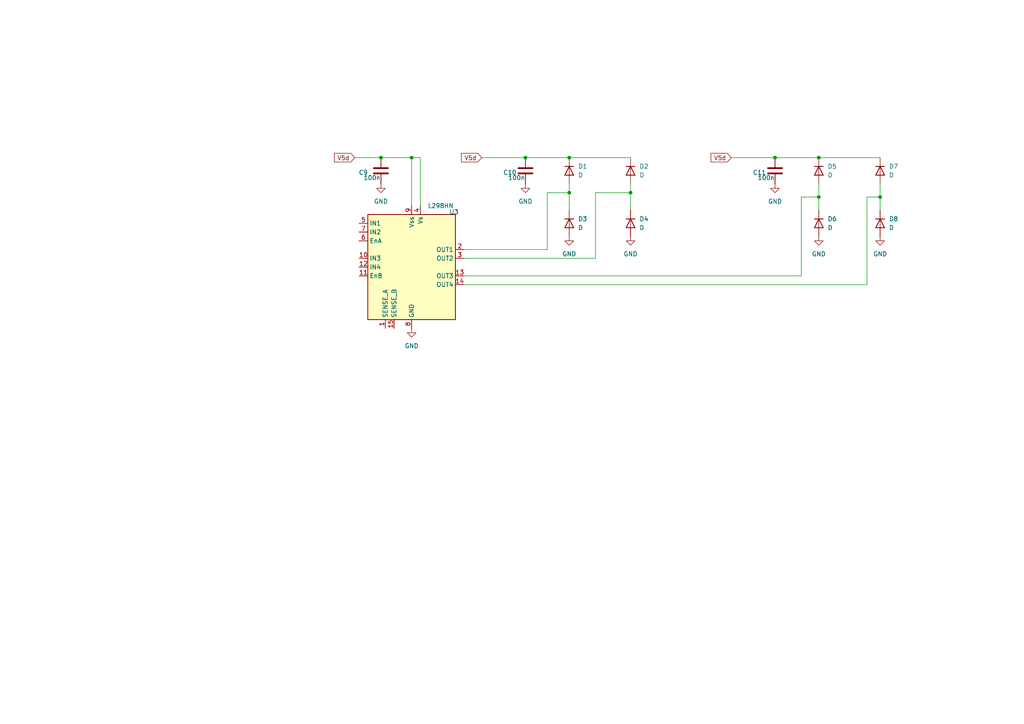
<source format=kicad_sch>
(kicad_sch
	(version 20250114)
	(generator "eeschema")
	(generator_version "9.0")
	(uuid "487bb4d7-07b2-4838-b4e8-21d03c4e476d")
	(paper "A4")
	(lib_symbols
		(symbol "Device:C"
			(pin_numbers
				(hide yes)
			)
			(pin_names
				(offset 0.254)
			)
			(exclude_from_sim no)
			(in_bom yes)
			(on_board yes)
			(property "Reference" "C"
				(at 0.635 2.54 0)
				(effects
					(font
						(size 1.27 1.27)
					)
					(justify left)
				)
			)
			(property "Value" "C"
				(at 0.635 -2.54 0)
				(effects
					(font
						(size 1.27 1.27)
					)
					(justify left)
				)
			)
			(property "Footprint" ""
				(at 0.9652 -3.81 0)
				(effects
					(font
						(size 1.27 1.27)
					)
					(hide yes)
				)
			)
			(property "Datasheet" "~"
				(at 0 0 0)
				(effects
					(font
						(size 1.27 1.27)
					)
					(hide yes)
				)
			)
			(property "Description" "Unpolarized capacitor"
				(at 0 0 0)
				(effects
					(font
						(size 1.27 1.27)
					)
					(hide yes)
				)
			)
			(property "ki_keywords" "cap capacitor"
				(at 0 0 0)
				(effects
					(font
						(size 1.27 1.27)
					)
					(hide yes)
				)
			)
			(property "ki_fp_filters" "C_*"
				(at 0 0 0)
				(effects
					(font
						(size 1.27 1.27)
					)
					(hide yes)
				)
			)
			(symbol "C_0_1"
				(polyline
					(pts
						(xy -2.032 0.762) (xy 2.032 0.762)
					)
					(stroke
						(width 0.508)
						(type default)
					)
					(fill
						(type none)
					)
				)
				(polyline
					(pts
						(xy -2.032 -0.762) (xy 2.032 -0.762)
					)
					(stroke
						(width 0.508)
						(type default)
					)
					(fill
						(type none)
					)
				)
			)
			(symbol "C_1_1"
				(pin passive line
					(at 0 3.81 270)
					(length 2.794)
					(name "~"
						(effects
							(font
								(size 1.27 1.27)
							)
						)
					)
					(number "1"
						(effects
							(font
								(size 1.27 1.27)
							)
						)
					)
				)
				(pin passive line
					(at 0 -3.81 90)
					(length 2.794)
					(name "~"
						(effects
							(font
								(size 1.27 1.27)
							)
						)
					)
					(number "2"
						(effects
							(font
								(size 1.27 1.27)
							)
						)
					)
				)
			)
			(embedded_fonts no)
		)
		(symbol "Device:D"
			(pin_numbers
				(hide yes)
			)
			(pin_names
				(offset 1.016)
				(hide yes)
			)
			(exclude_from_sim no)
			(in_bom yes)
			(on_board yes)
			(property "Reference" "D"
				(at 0 2.54 0)
				(effects
					(font
						(size 1.27 1.27)
					)
				)
			)
			(property "Value" "D"
				(at 0 -2.54 0)
				(effects
					(font
						(size 1.27 1.27)
					)
				)
			)
			(property "Footprint" ""
				(at 0 0 0)
				(effects
					(font
						(size 1.27 1.27)
					)
					(hide yes)
				)
			)
			(property "Datasheet" "~"
				(at 0 0 0)
				(effects
					(font
						(size 1.27 1.27)
					)
					(hide yes)
				)
			)
			(property "Description" "Diode"
				(at 0 0 0)
				(effects
					(font
						(size 1.27 1.27)
					)
					(hide yes)
				)
			)
			(property "Sim.Device" "D"
				(at 0 0 0)
				(effects
					(font
						(size 1.27 1.27)
					)
					(hide yes)
				)
			)
			(property "Sim.Pins" "1=K 2=A"
				(at 0 0 0)
				(effects
					(font
						(size 1.27 1.27)
					)
					(hide yes)
				)
			)
			(property "ki_keywords" "diode"
				(at 0 0 0)
				(effects
					(font
						(size 1.27 1.27)
					)
					(hide yes)
				)
			)
			(property "ki_fp_filters" "TO-???* *_Diode_* *SingleDiode* D_*"
				(at 0 0 0)
				(effects
					(font
						(size 1.27 1.27)
					)
					(hide yes)
				)
			)
			(symbol "D_0_1"
				(polyline
					(pts
						(xy -1.27 1.27) (xy -1.27 -1.27)
					)
					(stroke
						(width 0.254)
						(type default)
					)
					(fill
						(type none)
					)
				)
				(polyline
					(pts
						(xy 1.27 1.27) (xy 1.27 -1.27) (xy -1.27 0) (xy 1.27 1.27)
					)
					(stroke
						(width 0.254)
						(type default)
					)
					(fill
						(type none)
					)
				)
				(polyline
					(pts
						(xy 1.27 0) (xy -1.27 0)
					)
					(stroke
						(width 0)
						(type default)
					)
					(fill
						(type none)
					)
				)
			)
			(symbol "D_1_1"
				(pin passive line
					(at -3.81 0 0)
					(length 2.54)
					(name "K"
						(effects
							(font
								(size 1.27 1.27)
							)
						)
					)
					(number "1"
						(effects
							(font
								(size 1.27 1.27)
							)
						)
					)
				)
				(pin passive line
					(at 3.81 0 180)
					(length 2.54)
					(name "A"
						(effects
							(font
								(size 1.27 1.27)
							)
						)
					)
					(number "2"
						(effects
							(font
								(size 1.27 1.27)
							)
						)
					)
				)
			)
			(embedded_fonts no)
		)
		(symbol "Driver_Motor:L298HN"
			(exclude_from_sim no)
			(in_bom yes)
			(on_board yes)
			(property "Reference" "U"
				(at -10.16 16.51 0)
				(effects
					(font
						(size 1.27 1.27)
					)
					(justify right)
				)
			)
			(property "Value" "L298HN"
				(at 12.7 16.51 0)
				(effects
					(font
						(size 1.27 1.27)
					)
					(justify right)
				)
			)
			(property "Footprint" "Package_TO_SOT_THT:TO-220-15_P2.54x2.54mm_StaggerOdd_Lead5.84mm_TabDown"
				(at 1.27 -16.51 0)
				(effects
					(font
						(size 1.27 1.27)
					)
					(justify left)
					(hide yes)
				)
			)
			(property "Datasheet" "http://www.st.com/st-web-ui/static/active/en/resource/technical/document/datasheet/CD00000240.pdf"
				(at 3.81 6.35 0)
				(effects
					(font
						(size 1.27 1.27)
					)
					(hide yes)
				)
			)
			(property "Description" "Dual full bridge motor driver, up to 46V, 4A, Multiwatt15-H"
				(at 0 0 0)
				(effects
					(font
						(size 1.27 1.27)
					)
					(hide yes)
				)
			)
			(property "ki_keywords" "H-bridge motor driver"
				(at 0 0 0)
				(effects
					(font
						(size 1.27 1.27)
					)
					(hide yes)
				)
			)
			(property "ki_fp_filters" "TO?220*StaggerOdd*TabDown*"
				(at 0 0 0)
				(effects
					(font
						(size 1.27 1.27)
					)
					(hide yes)
				)
			)
			(symbol "L298HN_0_1"
				(rectangle
					(start -12.7 15.24)
					(end 12.7 -15.24)
					(stroke
						(width 0.254)
						(type default)
					)
					(fill
						(type background)
					)
				)
			)
			(symbol "L298HN_1_1"
				(pin input line
					(at -15.24 12.7 0)
					(length 2.54)
					(name "IN1"
						(effects
							(font
								(size 1.27 1.27)
							)
						)
					)
					(number "5"
						(effects
							(font
								(size 1.27 1.27)
							)
						)
					)
				)
				(pin input line
					(at -15.24 10.16 0)
					(length 2.54)
					(name "IN2"
						(effects
							(font
								(size 1.27 1.27)
							)
						)
					)
					(number "7"
						(effects
							(font
								(size 1.27 1.27)
							)
						)
					)
				)
				(pin input line
					(at -15.24 7.62 0)
					(length 2.54)
					(name "EnA"
						(effects
							(font
								(size 1.27 1.27)
							)
						)
					)
					(number "6"
						(effects
							(font
								(size 1.27 1.27)
							)
						)
					)
				)
				(pin input line
					(at -15.24 2.54 0)
					(length 2.54)
					(name "IN3"
						(effects
							(font
								(size 1.27 1.27)
							)
						)
					)
					(number "10"
						(effects
							(font
								(size 1.27 1.27)
							)
						)
					)
				)
				(pin input line
					(at -15.24 0 0)
					(length 2.54)
					(name "IN4"
						(effects
							(font
								(size 1.27 1.27)
							)
						)
					)
					(number "12"
						(effects
							(font
								(size 1.27 1.27)
							)
						)
					)
				)
				(pin input line
					(at -15.24 -2.54 0)
					(length 2.54)
					(name "EnB"
						(effects
							(font
								(size 1.27 1.27)
							)
						)
					)
					(number "11"
						(effects
							(font
								(size 1.27 1.27)
							)
						)
					)
				)
				(pin input line
					(at -7.62 -17.78 90)
					(length 2.54)
					(name "SENSE_A"
						(effects
							(font
								(size 1.27 1.27)
							)
						)
					)
					(number "1"
						(effects
							(font
								(size 1.27 1.27)
							)
						)
					)
				)
				(pin input line
					(at -5.08 -17.78 90)
					(length 2.54)
					(name "SENSE_B"
						(effects
							(font
								(size 1.27 1.27)
							)
						)
					)
					(number "15"
						(effects
							(font
								(size 1.27 1.27)
							)
						)
					)
				)
				(pin power_in line
					(at 0 17.78 270)
					(length 2.54)
					(name "Vss"
						(effects
							(font
								(size 1.27 1.27)
							)
						)
					)
					(number "9"
						(effects
							(font
								(size 1.27 1.27)
							)
						)
					)
				)
				(pin power_in line
					(at 0 -17.78 90)
					(length 2.54)
					(name "GND"
						(effects
							(font
								(size 1.27 1.27)
							)
						)
					)
					(number "8"
						(effects
							(font
								(size 1.27 1.27)
							)
						)
					)
				)
				(pin power_in line
					(at 2.54 17.78 270)
					(length 2.54)
					(name "Vs"
						(effects
							(font
								(size 1.27 1.27)
							)
						)
					)
					(number "4"
						(effects
							(font
								(size 1.27 1.27)
							)
						)
					)
				)
				(pin output line
					(at 15.24 5.08 180)
					(length 2.54)
					(name "OUT1"
						(effects
							(font
								(size 1.27 1.27)
							)
						)
					)
					(number "2"
						(effects
							(font
								(size 1.27 1.27)
							)
						)
					)
				)
				(pin output line
					(at 15.24 2.54 180)
					(length 2.54)
					(name "OUT2"
						(effects
							(font
								(size 1.27 1.27)
							)
						)
					)
					(number "3"
						(effects
							(font
								(size 1.27 1.27)
							)
						)
					)
				)
				(pin output line
					(at 15.24 -2.54 180)
					(length 2.54)
					(name "OUT3"
						(effects
							(font
								(size 1.27 1.27)
							)
						)
					)
					(number "13"
						(effects
							(font
								(size 1.27 1.27)
							)
						)
					)
				)
				(pin output line
					(at 15.24 -5.08 180)
					(length 2.54)
					(name "OUT4"
						(effects
							(font
								(size 1.27 1.27)
							)
						)
					)
					(number "14"
						(effects
							(font
								(size 1.27 1.27)
							)
						)
					)
				)
			)
			(embedded_fonts no)
		)
		(symbol "power:GND"
			(power)
			(pin_numbers
				(hide yes)
			)
			(pin_names
				(offset 0)
				(hide yes)
			)
			(exclude_from_sim no)
			(in_bom yes)
			(on_board yes)
			(property "Reference" "#PWR"
				(at 0 -6.35 0)
				(effects
					(font
						(size 1.27 1.27)
					)
					(hide yes)
				)
			)
			(property "Value" "GND"
				(at 0 -3.81 0)
				(effects
					(font
						(size 1.27 1.27)
					)
				)
			)
			(property "Footprint" ""
				(at 0 0 0)
				(effects
					(font
						(size 1.27 1.27)
					)
					(hide yes)
				)
			)
			(property "Datasheet" ""
				(at 0 0 0)
				(effects
					(font
						(size 1.27 1.27)
					)
					(hide yes)
				)
			)
			(property "Description" "Power symbol creates a global label with name \"GND\" , ground"
				(at 0 0 0)
				(effects
					(font
						(size 1.27 1.27)
					)
					(hide yes)
				)
			)
			(property "ki_keywords" "global power"
				(at 0 0 0)
				(effects
					(font
						(size 1.27 1.27)
					)
					(hide yes)
				)
			)
			(symbol "GND_0_1"
				(polyline
					(pts
						(xy 0 0) (xy 0 -1.27) (xy 1.27 -1.27) (xy 0 -2.54) (xy -1.27 -1.27) (xy 0 -1.27)
					)
					(stroke
						(width 0)
						(type default)
					)
					(fill
						(type none)
					)
				)
			)
			(symbol "GND_1_1"
				(pin power_in line
					(at 0 0 270)
					(length 0)
					(name "~"
						(effects
							(font
								(size 1.27 1.27)
							)
						)
					)
					(number "1"
						(effects
							(font
								(size 1.27 1.27)
							)
						)
					)
				)
			)
			(embedded_fonts no)
		)
	)
	(junction
		(at 182.88 55.88)
		(diameter 0)
		(color 0 0 0 0)
		(uuid "0b23070e-4679-45c0-8891-b7c7dc455c03")
	)
	(junction
		(at 237.49 45.72)
		(diameter 0)
		(color 0 0 0 0)
		(uuid "11f7dafa-18a8-4165-92ae-9a66debb2baa")
	)
	(junction
		(at 165.1 45.72)
		(diameter 0)
		(color 0 0 0 0)
		(uuid "3b7a51e1-392b-4e8f-ac41-9e0f4cc99397")
	)
	(junction
		(at 255.27 57.15)
		(diameter 0)
		(color 0 0 0 0)
		(uuid "62d3cd88-e432-4617-8b3e-b073a552d070")
	)
	(junction
		(at 224.79 45.72)
		(diameter 0)
		(color 0 0 0 0)
		(uuid "86e9d35f-4175-4ef3-9f6a-fc60e364b4c7")
	)
	(junction
		(at 237.49 57.15)
		(diameter 0)
		(color 0 0 0 0)
		(uuid "909c64fc-c577-42af-90ea-5c16a8edbfd2")
	)
	(junction
		(at 119.38 45.72)
		(diameter 0)
		(color 0 0 0 0)
		(uuid "b6d17544-0fa8-4127-b5be-4fa267761201")
	)
	(junction
		(at 165.1 55.88)
		(diameter 0)
		(color 0 0 0 0)
		(uuid "e1b9a567-23bc-4512-9078-2fd2c782f600")
	)
	(junction
		(at 152.4 45.72)
		(diameter 0)
		(color 0 0 0 0)
		(uuid "e64a6a75-9072-4acb-9306-d5a63547bf89")
	)
	(junction
		(at 110.49 45.72)
		(diameter 0)
		(color 0 0 0 0)
		(uuid "f6da7fef-96e5-4e44-ac74-3986e5eadd14")
	)
	(wire
		(pts
			(xy 139.7 45.72) (xy 152.4 45.72)
		)
		(stroke
			(width 0)
			(type default)
		)
		(uuid "01c66848-4f9d-47d3-87e5-8ab04cb4edd4")
	)
	(wire
		(pts
			(xy 102.87 45.72) (xy 110.49 45.72)
		)
		(stroke
			(width 0)
			(type default)
		)
		(uuid "08e3c17d-be59-4f82-b4d3-59f151ebc94c")
	)
	(wire
		(pts
			(xy 121.92 45.72) (xy 121.92 59.69)
		)
		(stroke
			(width 0)
			(type default)
		)
		(uuid "0d5156dd-85c4-495a-b955-157c2ed2dae3")
	)
	(wire
		(pts
			(xy 158.75 72.39) (xy 158.75 55.88)
		)
		(stroke
			(width 0)
			(type default)
		)
		(uuid "0f7197b1-c430-47c0-aa03-a668a953938a")
	)
	(wire
		(pts
			(xy 119.38 45.72) (xy 121.92 45.72)
		)
		(stroke
			(width 0)
			(type default)
		)
		(uuid "13600508-5191-43f1-a559-798e4be4e402")
	)
	(wire
		(pts
			(xy 232.41 57.15) (xy 237.49 57.15)
		)
		(stroke
			(width 0)
			(type default)
		)
		(uuid "17e1259f-3d36-49a9-92f2-8ebf1463449a")
	)
	(wire
		(pts
			(xy 255.27 53.34) (xy 255.27 57.15)
		)
		(stroke
			(width 0)
			(type default)
		)
		(uuid "1f1e9e96-9e31-4e51-9258-be6b64f2f5c1")
	)
	(wire
		(pts
			(xy 119.38 45.72) (xy 119.38 59.69)
		)
		(stroke
			(width 0)
			(type default)
		)
		(uuid "257d3376-af69-4e86-96b3-99cbd05c22f5")
	)
	(wire
		(pts
			(xy 212.09 45.72) (xy 224.79 45.72)
		)
		(stroke
			(width 0)
			(type default)
		)
		(uuid "274c8385-3ff6-4d20-8965-06a37ea9433c")
	)
	(wire
		(pts
			(xy 237.49 57.15) (xy 237.49 60.96)
		)
		(stroke
			(width 0)
			(type default)
		)
		(uuid "31f3c847-4bbe-44e0-9a9a-fed0ab72693b")
	)
	(wire
		(pts
			(xy 172.72 55.88) (xy 182.88 55.88)
		)
		(stroke
			(width 0)
			(type default)
		)
		(uuid "36c09ffb-dc5f-4c41-855d-403a4703c21c")
	)
	(wire
		(pts
			(xy 165.1 55.88) (xy 165.1 60.96)
		)
		(stroke
			(width 0)
			(type default)
		)
		(uuid "399c8a7a-5115-470f-b1d6-62eb321ad30d")
	)
	(wire
		(pts
			(xy 134.62 82.55) (xy 251.46 82.55)
		)
		(stroke
			(width 0)
			(type default)
		)
		(uuid "3bc94daf-a2bd-4466-a5ec-f88626c24601")
	)
	(wire
		(pts
			(xy 152.4 45.72) (xy 165.1 45.72)
		)
		(stroke
			(width 0)
			(type default)
		)
		(uuid "4743e311-0c9d-4889-bbd4-df957295467e")
	)
	(wire
		(pts
			(xy 165.1 53.34) (xy 165.1 55.88)
		)
		(stroke
			(width 0)
			(type default)
		)
		(uuid "4ba3627b-ac90-4478-98a0-0fc967eb437c")
	)
	(wire
		(pts
			(xy 255.27 57.15) (xy 255.27 60.96)
		)
		(stroke
			(width 0)
			(type default)
		)
		(uuid "4e02d950-f29d-4359-8593-b8b20c17a58b")
	)
	(wire
		(pts
			(xy 224.79 45.72) (xy 237.49 45.72)
		)
		(stroke
			(width 0)
			(type default)
		)
		(uuid "68f331d8-6b3b-4805-abce-4bec6029e10f")
	)
	(wire
		(pts
			(xy 110.49 45.72) (xy 119.38 45.72)
		)
		(stroke
			(width 0)
			(type default)
		)
		(uuid "6b23bf7b-3de9-457b-8929-b8b43c0c0921")
	)
	(wire
		(pts
			(xy 237.49 45.72) (xy 255.27 45.72)
		)
		(stroke
			(width 0)
			(type default)
		)
		(uuid "81b4cbf0-50bb-4a16-9d09-816dadc0a91a")
	)
	(wire
		(pts
			(xy 182.88 53.34) (xy 182.88 55.88)
		)
		(stroke
			(width 0)
			(type default)
		)
		(uuid "8a81b0d8-5cb5-4ad1-a9ba-9a8dc9f8aeb4")
	)
	(wire
		(pts
			(xy 232.41 80.01) (xy 232.41 57.15)
		)
		(stroke
			(width 0)
			(type default)
		)
		(uuid "8c831782-12f8-4872-863f-71ba418e354a")
	)
	(wire
		(pts
			(xy 158.75 55.88) (xy 165.1 55.88)
		)
		(stroke
			(width 0)
			(type default)
		)
		(uuid "8d2bca1f-9f6e-4f5b-88ae-d975f291bd41")
	)
	(wire
		(pts
			(xy 165.1 45.72) (xy 182.88 45.72)
		)
		(stroke
			(width 0)
			(type default)
		)
		(uuid "b5e769ed-cc02-4145-9961-449ade412ae6")
	)
	(wire
		(pts
			(xy 182.88 55.88) (xy 182.88 60.96)
		)
		(stroke
			(width 0)
			(type default)
		)
		(uuid "b6e3c067-5e7f-4c2c-9aca-f8dc283d6f4f")
	)
	(wire
		(pts
			(xy 251.46 82.55) (xy 251.46 57.15)
		)
		(stroke
			(width 0)
			(type default)
		)
		(uuid "bf7b329f-9aa1-43d3-a0b4-3b938256225b")
	)
	(wire
		(pts
			(xy 134.62 80.01) (xy 232.41 80.01)
		)
		(stroke
			(width 0)
			(type default)
		)
		(uuid "bfecec01-39be-4894-9337-0d94653ca17e")
	)
	(wire
		(pts
			(xy 251.46 57.15) (xy 255.27 57.15)
		)
		(stroke
			(width 0)
			(type default)
		)
		(uuid "c203f6ef-8c69-4d7a-9fab-795686dd0cfc")
	)
	(wire
		(pts
			(xy 237.49 53.34) (xy 237.49 57.15)
		)
		(stroke
			(width 0)
			(type default)
		)
		(uuid "c8ea93cd-f5d7-46d1-bf90-0589b627845b")
	)
	(wire
		(pts
			(xy 172.72 74.93) (xy 172.72 55.88)
		)
		(stroke
			(width 0)
			(type default)
		)
		(uuid "d35d47aa-8179-4dce-81a4-ccc4b8a7aa40")
	)
	(wire
		(pts
			(xy 134.62 74.93) (xy 172.72 74.93)
		)
		(stroke
			(width 0)
			(type default)
		)
		(uuid "db2d9682-50af-420c-b897-6c239adc65d5")
	)
	(wire
		(pts
			(xy 134.62 72.39) (xy 158.75 72.39)
		)
		(stroke
			(width 0)
			(type default)
		)
		(uuid "e3a23bdb-b103-42fc-8b07-3d0251a07946")
	)
	(global_label "V5d"
		(shape input)
		(at 212.09 45.72 180)
		(fields_autoplaced yes)
		(effects
			(font
				(size 1.27 1.27)
			)
			(justify right)
		)
		(uuid "04db7c4d-2a85-4dbf-a596-fa7765f1faa3")
		(property "Intersheetrefs" "${INTERSHEET_REFS}"
			(at 205.6577 45.72 0)
			(effects
				(font
					(size 1.27 1.27)
				)
				(justify right)
				(hide yes)
			)
		)
	)
	(global_label "V5d"
		(shape input)
		(at 139.7 45.72 180)
		(fields_autoplaced yes)
		(effects
			(font
				(size 1.27 1.27)
			)
			(justify right)
		)
		(uuid "2859e6cb-dfab-4c31-a77d-4de1cf49836d")
		(property "Intersheetrefs" "${INTERSHEET_REFS}"
			(at 133.2677 45.72 0)
			(effects
				(font
					(size 1.27 1.27)
				)
				(justify right)
				(hide yes)
			)
		)
	)
	(global_label "V5d"
		(shape input)
		(at 102.87 45.72 180)
		(fields_autoplaced yes)
		(effects
			(font
				(size 1.27 1.27)
			)
			(justify right)
		)
		(uuid "4a5b45c8-75a1-4bd5-956a-4dc719e9f0f7")
		(property "Intersheetrefs" "${INTERSHEET_REFS}"
			(at 96.4377 45.72 0)
			(effects
				(font
					(size 1.27 1.27)
				)
				(justify right)
				(hide yes)
			)
		)
	)
	(symbol
		(lib_id "power:GND")
		(at 255.27 68.58 0)
		(unit 1)
		(exclude_from_sim no)
		(in_bom yes)
		(on_board yes)
		(dnp no)
		(fields_autoplaced yes)
		(uuid "01a2a983-488d-4ef8-a686-07b853a06e55")
		(property "Reference" "#PWR011"
			(at 255.27 74.93 0)
			(effects
				(font
					(size 1.27 1.27)
				)
				(hide yes)
			)
		)
		(property "Value" "GND"
			(at 255.27 73.66 0)
			(effects
				(font
					(size 1.27 1.27)
				)
			)
		)
		(property "Footprint" ""
			(at 255.27 68.58 0)
			(effects
				(font
					(size 1.27 1.27)
				)
				(hide yes)
			)
		)
		(property "Datasheet" ""
			(at 255.27 68.58 0)
			(effects
				(font
					(size 1.27 1.27)
				)
				(hide yes)
			)
		)
		(property "Description" "Power symbol creates a global label with name \"GND\" , ground"
			(at 255.27 68.58 0)
			(effects
				(font
					(size 1.27 1.27)
				)
				(hide yes)
			)
		)
		(pin "1"
			(uuid "514618cf-dc9b-40c8-812d-165212bb3615")
		)
		(instances
			(project "DC_MOTOR_CONTROLLER"
				(path "/4e267608-d3e9-4ae4-92d6-1e687cc2c969/54fa1aa8-a682-4b76-801e-5824b9cbbd17"
					(reference "#PWR011")
					(unit 1)
				)
			)
		)
	)
	(symbol
		(lib_id "Device:D")
		(at 182.88 64.77 270)
		(unit 1)
		(exclude_from_sim no)
		(in_bom yes)
		(on_board yes)
		(dnp no)
		(fields_autoplaced yes)
		(uuid "02be6d57-2a8a-42be-9bdb-b712b2c58300")
		(property "Reference" "D4"
			(at 185.42 63.4999 90)
			(effects
				(font
					(size 1.27 1.27)
				)
				(justify left)
			)
		)
		(property "Value" "D"
			(at 185.42 66.0399 90)
			(effects
				(font
					(size 1.27 1.27)
				)
				(justify left)
			)
		)
		(property "Footprint" ""
			(at 182.88 64.77 0)
			(effects
				(font
					(size 1.27 1.27)
				)
				(hide yes)
			)
		)
		(property "Datasheet" "~"
			(at 182.88 64.77 0)
			(effects
				(font
					(size 1.27 1.27)
				)
				(hide yes)
			)
		)
		(property "Description" "Diode"
			(at 182.88 64.77 0)
			(effects
				(font
					(size 1.27 1.27)
				)
				(hide yes)
			)
		)
		(property "Sim.Device" "D"
			(at 182.88 64.77 0)
			(effects
				(font
					(size 1.27 1.27)
				)
				(hide yes)
			)
		)
		(property "Sim.Pins" "1=K 2=A"
			(at 182.88 64.77 0)
			(effects
				(font
					(size 1.27 1.27)
				)
				(hide yes)
			)
		)
		(pin "2"
			(uuid "7cf3bfea-72be-4b24-a2c6-bf0aece47f3f")
		)
		(pin "1"
			(uuid "08f72ee6-6858-4fae-9cd3-3ede40bd1501")
		)
		(instances
			(project "DC_MOTOR_CONTROLLER"
				(path "/4e267608-d3e9-4ae4-92d6-1e687cc2c969/54fa1aa8-a682-4b76-801e-5824b9cbbd17"
					(reference "D4")
					(unit 1)
				)
			)
		)
	)
	(symbol
		(lib_id "Device:D")
		(at 165.1 49.53 270)
		(unit 1)
		(exclude_from_sim no)
		(in_bom yes)
		(on_board yes)
		(dnp no)
		(fields_autoplaced yes)
		(uuid "2946659c-5d84-459e-abe2-014b85c3b230")
		(property "Reference" "D1"
			(at 167.64 48.2599 90)
			(effects
				(font
					(size 1.27 1.27)
				)
				(justify left)
			)
		)
		(property "Value" "D"
			(at 167.64 50.7999 90)
			(effects
				(font
					(size 1.27 1.27)
				)
				(justify left)
			)
		)
		(property "Footprint" ""
			(at 165.1 49.53 0)
			(effects
				(font
					(size 1.27 1.27)
				)
				(hide yes)
			)
		)
		(property "Datasheet" "~"
			(at 165.1 49.53 0)
			(effects
				(font
					(size 1.27 1.27)
				)
				(hide yes)
			)
		)
		(property "Description" "Diode"
			(at 165.1 49.53 0)
			(effects
				(font
					(size 1.27 1.27)
				)
				(hide yes)
			)
		)
		(property "Sim.Device" "D"
			(at 165.1 49.53 0)
			(effects
				(font
					(size 1.27 1.27)
				)
				(hide yes)
			)
		)
		(property "Sim.Pins" "1=K 2=A"
			(at 165.1 49.53 0)
			(effects
				(font
					(size 1.27 1.27)
				)
				(hide yes)
			)
		)
		(pin "2"
			(uuid "1bf4bd65-e003-4695-a5fb-cf22c4cbc25a")
		)
		(pin "1"
			(uuid "64f8c92c-cee5-4b6e-83f3-7d9815faa4e5")
		)
		(instances
			(project ""
				(path "/4e267608-d3e9-4ae4-92d6-1e687cc2c969/54fa1aa8-a682-4b76-801e-5824b9cbbd17"
					(reference "D1")
					(unit 1)
				)
			)
		)
	)
	(symbol
		(lib_id "power:GND")
		(at 110.49 53.34 0)
		(unit 1)
		(exclude_from_sim no)
		(in_bom yes)
		(on_board yes)
		(dnp no)
		(fields_autoplaced yes)
		(uuid "2f429877-4fbd-447f-aae2-b72be7bb9983")
		(property "Reference" "#PWR05"
			(at 110.49 59.69 0)
			(effects
				(font
					(size 1.27 1.27)
				)
				(hide yes)
			)
		)
		(property "Value" "GND"
			(at 110.49 58.42 0)
			(effects
				(font
					(size 1.27 1.27)
				)
			)
		)
		(property "Footprint" ""
			(at 110.49 53.34 0)
			(effects
				(font
					(size 1.27 1.27)
				)
				(hide yes)
			)
		)
		(property "Datasheet" ""
			(at 110.49 53.34 0)
			(effects
				(font
					(size 1.27 1.27)
				)
				(hide yes)
			)
		)
		(property "Description" "Power symbol creates a global label with name \"GND\" , ground"
			(at 110.49 53.34 0)
			(effects
				(font
					(size 1.27 1.27)
				)
				(hide yes)
			)
		)
		(pin "1"
			(uuid "1d2ff4f4-2727-4949-9b8a-30668646aa2d")
		)
		(instances
			(project "DC_MOTOR_CONTROLLER"
				(path "/4e267608-d3e9-4ae4-92d6-1e687cc2c969/54fa1aa8-a682-4b76-801e-5824b9cbbd17"
					(reference "#PWR05")
					(unit 1)
				)
			)
		)
	)
	(symbol
		(lib_id "Device:D")
		(at 255.27 49.53 270)
		(unit 1)
		(exclude_from_sim no)
		(in_bom yes)
		(on_board yes)
		(dnp no)
		(fields_autoplaced yes)
		(uuid "56ecbe89-9248-474e-a1b6-82fa45f80179")
		(property "Reference" "D7"
			(at 257.81 48.2599 90)
			(effects
				(font
					(size 1.27 1.27)
				)
				(justify left)
			)
		)
		(property "Value" "D"
			(at 257.81 50.7999 90)
			(effects
				(font
					(size 1.27 1.27)
				)
				(justify left)
			)
		)
		(property "Footprint" ""
			(at 255.27 49.53 0)
			(effects
				(font
					(size 1.27 1.27)
				)
				(hide yes)
			)
		)
		(property "Datasheet" "~"
			(at 255.27 49.53 0)
			(effects
				(font
					(size 1.27 1.27)
				)
				(hide yes)
			)
		)
		(property "Description" "Diode"
			(at 255.27 49.53 0)
			(effects
				(font
					(size 1.27 1.27)
				)
				(hide yes)
			)
		)
		(property "Sim.Device" "D"
			(at 255.27 49.53 0)
			(effects
				(font
					(size 1.27 1.27)
				)
				(hide yes)
			)
		)
		(property "Sim.Pins" "1=K 2=A"
			(at 255.27 49.53 0)
			(effects
				(font
					(size 1.27 1.27)
				)
				(hide yes)
			)
		)
		(pin "2"
			(uuid "3923f2c1-e14c-4cb7-9605-4e150646810b")
		)
		(pin "1"
			(uuid "cb385a46-ac02-487d-bf2d-edbe815e6ef6")
		)
		(instances
			(project "DC_MOTOR_CONTROLLER"
				(path "/4e267608-d3e9-4ae4-92d6-1e687cc2c969/54fa1aa8-a682-4b76-801e-5824b9cbbd17"
					(reference "D7")
					(unit 1)
				)
			)
		)
	)
	(symbol
		(lib_id "Device:D")
		(at 237.49 49.53 270)
		(unit 1)
		(exclude_from_sim no)
		(in_bom yes)
		(on_board yes)
		(dnp no)
		(fields_autoplaced yes)
		(uuid "5e5dbfcd-dbae-4634-8dde-f50b193df452")
		(property "Reference" "D5"
			(at 240.03 48.2599 90)
			(effects
				(font
					(size 1.27 1.27)
				)
				(justify left)
			)
		)
		(property "Value" "D"
			(at 240.03 50.7999 90)
			(effects
				(font
					(size 1.27 1.27)
				)
				(justify left)
			)
		)
		(property "Footprint" ""
			(at 237.49 49.53 0)
			(effects
				(font
					(size 1.27 1.27)
				)
				(hide yes)
			)
		)
		(property "Datasheet" "~"
			(at 237.49 49.53 0)
			(effects
				(font
					(size 1.27 1.27)
				)
				(hide yes)
			)
		)
		(property "Description" "Diode"
			(at 237.49 49.53 0)
			(effects
				(font
					(size 1.27 1.27)
				)
				(hide yes)
			)
		)
		(property "Sim.Device" "D"
			(at 237.49 49.53 0)
			(effects
				(font
					(size 1.27 1.27)
				)
				(hide yes)
			)
		)
		(property "Sim.Pins" "1=K 2=A"
			(at 237.49 49.53 0)
			(effects
				(font
					(size 1.27 1.27)
				)
				(hide yes)
			)
		)
		(pin "2"
			(uuid "934d66ef-5e44-4f5a-8d0f-966e71d7fc1b")
		)
		(pin "1"
			(uuid "5c2341a1-47f9-43b2-b006-5c675c3ce5df")
		)
		(instances
			(project "DC_MOTOR_CONTROLLER"
				(path "/4e267608-d3e9-4ae4-92d6-1e687cc2c969/54fa1aa8-a682-4b76-801e-5824b9cbbd17"
					(reference "D5")
					(unit 1)
				)
			)
		)
	)
	(symbol
		(lib_id "power:GND")
		(at 119.38 95.25 0)
		(unit 1)
		(exclude_from_sim no)
		(in_bom yes)
		(on_board yes)
		(dnp no)
		(fields_autoplaced yes)
		(uuid "6a84becc-d17a-4b4d-adeb-4cce40a3ff84")
		(property "Reference" "#PWR04"
			(at 119.38 101.6 0)
			(effects
				(font
					(size 1.27 1.27)
				)
				(hide yes)
			)
		)
		(property "Value" "GND"
			(at 119.38 100.33 0)
			(effects
				(font
					(size 1.27 1.27)
				)
			)
		)
		(property "Footprint" ""
			(at 119.38 95.25 0)
			(effects
				(font
					(size 1.27 1.27)
				)
				(hide yes)
			)
		)
		(property "Datasheet" ""
			(at 119.38 95.25 0)
			(effects
				(font
					(size 1.27 1.27)
				)
				(hide yes)
			)
		)
		(property "Description" "Power symbol creates a global label with name \"GND\" , ground"
			(at 119.38 95.25 0)
			(effects
				(font
					(size 1.27 1.27)
				)
				(hide yes)
			)
		)
		(pin "1"
			(uuid "8a2e48bc-7641-4ad1-81bf-7e5139cc60ec")
		)
		(instances
			(project ""
				(path "/4e267608-d3e9-4ae4-92d6-1e687cc2c969/54fa1aa8-a682-4b76-801e-5824b9cbbd17"
					(reference "#PWR04")
					(unit 1)
				)
			)
		)
	)
	(symbol
		(lib_id "Device:D")
		(at 237.49 64.77 270)
		(unit 1)
		(exclude_from_sim no)
		(in_bom yes)
		(on_board yes)
		(dnp no)
		(fields_autoplaced yes)
		(uuid "75731e36-f012-4300-8468-4573954b167c")
		(property "Reference" "D6"
			(at 240.03 63.4999 90)
			(effects
				(font
					(size 1.27 1.27)
				)
				(justify left)
			)
		)
		(property "Value" "D"
			(at 240.03 66.0399 90)
			(effects
				(font
					(size 1.27 1.27)
				)
				(justify left)
			)
		)
		(property "Footprint" ""
			(at 237.49 64.77 0)
			(effects
				(font
					(size 1.27 1.27)
				)
				(hide yes)
			)
		)
		(property "Datasheet" "~"
			(at 237.49 64.77 0)
			(effects
				(font
					(size 1.27 1.27)
				)
				(hide yes)
			)
		)
		(property "Description" "Diode"
			(at 237.49 64.77 0)
			(effects
				(font
					(size 1.27 1.27)
				)
				(hide yes)
			)
		)
		(property "Sim.Device" "D"
			(at 237.49 64.77 0)
			(effects
				(font
					(size 1.27 1.27)
				)
				(hide yes)
			)
		)
		(property "Sim.Pins" "1=K 2=A"
			(at 237.49 64.77 0)
			(effects
				(font
					(size 1.27 1.27)
				)
				(hide yes)
			)
		)
		(pin "2"
			(uuid "43f3a848-10c1-408a-89b0-a0ae002715a9")
		)
		(pin "1"
			(uuid "ec265dda-13d5-41fb-8a42-f33351e0e12b")
		)
		(instances
			(project "DC_MOTOR_CONTROLLER"
				(path "/4e267608-d3e9-4ae4-92d6-1e687cc2c969/54fa1aa8-a682-4b76-801e-5824b9cbbd17"
					(reference "D6")
					(unit 1)
				)
			)
		)
	)
	(symbol
		(lib_id "Device:C")
		(at 152.4 49.53 0)
		(unit 1)
		(exclude_from_sim no)
		(in_bom yes)
		(on_board yes)
		(dnp no)
		(uuid "8fb3cafa-a31a-4b66-b14b-0e08e8e02896")
		(property "Reference" "C10"
			(at 145.9387 50.0379 0)
			(effects
				(font
					(size 1.27 1.27)
				)
				(justify left)
			)
		)
		(property "Value" "100n"
			(at 147.32 51.562 0)
			(effects
				(font
					(size 1.27 1.27)
				)
				(justify left)
			)
		)
		(property "Footprint" ""
			(at 153.3652 53.34 0)
			(effects
				(font
					(size 1.27 1.27)
				)
				(hide yes)
			)
		)
		(property "Datasheet" "~"
			(at 152.4 49.53 0)
			(effects
				(font
					(size 1.27 1.27)
				)
				(hide yes)
			)
		)
		(property "Description" "Unpolarized capacitor"
			(at 152.4 49.53 0)
			(effects
				(font
					(size 1.27 1.27)
				)
				(hide yes)
			)
		)
		(pin "1"
			(uuid "09b011e9-a786-4868-9e3a-e9649220bafd")
		)
		(pin "2"
			(uuid "58d75184-106a-46e0-8535-858257f7f378")
		)
		(instances
			(project "DC_MOTOR_CONTROLLER"
				(path "/4e267608-d3e9-4ae4-92d6-1e687cc2c969/54fa1aa8-a682-4b76-801e-5824b9cbbd17"
					(reference "C10")
					(unit 1)
				)
			)
		)
	)
	(symbol
		(lib_id "power:GND")
		(at 237.49 68.58 0)
		(unit 1)
		(exclude_from_sim no)
		(in_bom yes)
		(on_board yes)
		(dnp no)
		(fields_autoplaced yes)
		(uuid "9ca9a988-5b48-4d88-914d-11c2aecd983f")
		(property "Reference" "#PWR010"
			(at 237.49 74.93 0)
			(effects
				(font
					(size 1.27 1.27)
				)
				(hide yes)
			)
		)
		(property "Value" "GND"
			(at 237.49 73.66 0)
			(effects
				(font
					(size 1.27 1.27)
				)
			)
		)
		(property "Footprint" ""
			(at 237.49 68.58 0)
			(effects
				(font
					(size 1.27 1.27)
				)
				(hide yes)
			)
		)
		(property "Datasheet" ""
			(at 237.49 68.58 0)
			(effects
				(font
					(size 1.27 1.27)
				)
				(hide yes)
			)
		)
		(property "Description" "Power symbol creates a global label with name \"GND\" , ground"
			(at 237.49 68.58 0)
			(effects
				(font
					(size 1.27 1.27)
				)
				(hide yes)
			)
		)
		(pin "1"
			(uuid "f86e5a01-41bf-413f-9d59-86b97f6d862f")
		)
		(instances
			(project "DC_MOTOR_CONTROLLER"
				(path "/4e267608-d3e9-4ae4-92d6-1e687cc2c969/54fa1aa8-a682-4b76-801e-5824b9cbbd17"
					(reference "#PWR010")
					(unit 1)
				)
			)
		)
	)
	(symbol
		(lib_id "power:GND")
		(at 165.1 68.58 0)
		(unit 1)
		(exclude_from_sim no)
		(in_bom yes)
		(on_board yes)
		(dnp no)
		(fields_autoplaced yes)
		(uuid "9edf2859-8044-43da-86e8-0a0b934a3db2")
		(property "Reference" "#PWR06"
			(at 165.1 74.93 0)
			(effects
				(font
					(size 1.27 1.27)
				)
				(hide yes)
			)
		)
		(property "Value" "GND"
			(at 165.1 73.66 0)
			(effects
				(font
					(size 1.27 1.27)
				)
			)
		)
		(property "Footprint" ""
			(at 165.1 68.58 0)
			(effects
				(font
					(size 1.27 1.27)
				)
				(hide yes)
			)
		)
		(property "Datasheet" ""
			(at 165.1 68.58 0)
			(effects
				(font
					(size 1.27 1.27)
				)
				(hide yes)
			)
		)
		(property "Description" "Power symbol creates a global label with name \"GND\" , ground"
			(at 165.1 68.58 0)
			(effects
				(font
					(size 1.27 1.27)
				)
				(hide yes)
			)
		)
		(pin "1"
			(uuid "27ed4bbe-aaee-4d1c-9b61-e9871f387a4d")
		)
		(instances
			(project "DC_MOTOR_CONTROLLER"
				(path "/4e267608-d3e9-4ae4-92d6-1e687cc2c969/54fa1aa8-a682-4b76-801e-5824b9cbbd17"
					(reference "#PWR06")
					(unit 1)
				)
			)
		)
	)
	(symbol
		(lib_id "Device:D")
		(at 165.1 64.77 270)
		(unit 1)
		(exclude_from_sim no)
		(in_bom yes)
		(on_board yes)
		(dnp no)
		(fields_autoplaced yes)
		(uuid "a5ef0f00-f4be-411f-9c78-3d922143a063")
		(property "Reference" "D3"
			(at 167.64 63.4999 90)
			(effects
				(font
					(size 1.27 1.27)
				)
				(justify left)
			)
		)
		(property "Value" "D"
			(at 167.64 66.0399 90)
			(effects
				(font
					(size 1.27 1.27)
				)
				(justify left)
			)
		)
		(property "Footprint" ""
			(at 165.1 64.77 0)
			(effects
				(font
					(size 1.27 1.27)
				)
				(hide yes)
			)
		)
		(property "Datasheet" "~"
			(at 165.1 64.77 0)
			(effects
				(font
					(size 1.27 1.27)
				)
				(hide yes)
			)
		)
		(property "Description" "Diode"
			(at 165.1 64.77 0)
			(effects
				(font
					(size 1.27 1.27)
				)
				(hide yes)
			)
		)
		(property "Sim.Device" "D"
			(at 165.1 64.77 0)
			(effects
				(font
					(size 1.27 1.27)
				)
				(hide yes)
			)
		)
		(property "Sim.Pins" "1=K 2=A"
			(at 165.1 64.77 0)
			(effects
				(font
					(size 1.27 1.27)
				)
				(hide yes)
			)
		)
		(pin "2"
			(uuid "bc75da0b-2f5d-4a0d-89e5-c4a75fab887f")
		)
		(pin "1"
			(uuid "26a9e3aa-59ec-4f4d-bbd4-28a7ff31ca67")
		)
		(instances
			(project "DC_MOTOR_CONTROLLER"
				(path "/4e267608-d3e9-4ae4-92d6-1e687cc2c969/54fa1aa8-a682-4b76-801e-5824b9cbbd17"
					(reference "D3")
					(unit 1)
				)
			)
		)
	)
	(symbol
		(lib_id "Device:C")
		(at 110.49 49.53 0)
		(unit 1)
		(exclude_from_sim no)
		(in_bom yes)
		(on_board yes)
		(dnp no)
		(uuid "a7868360-5e21-4203-bd32-7aebcf533403")
		(property "Reference" "C9"
			(at 104.0287 50.0379 0)
			(effects
				(font
					(size 1.27 1.27)
				)
				(justify left)
			)
		)
		(property "Value" "100n"
			(at 105.41 51.562 0)
			(effects
				(font
					(size 1.27 1.27)
				)
				(justify left)
			)
		)
		(property "Footprint" ""
			(at 111.4552 53.34 0)
			(effects
				(font
					(size 1.27 1.27)
				)
				(hide yes)
			)
		)
		(property "Datasheet" "~"
			(at 110.49 49.53 0)
			(effects
				(font
					(size 1.27 1.27)
				)
				(hide yes)
			)
		)
		(property "Description" "Unpolarized capacitor"
			(at 110.49 49.53 0)
			(effects
				(font
					(size 1.27 1.27)
				)
				(hide yes)
			)
		)
		(pin "1"
			(uuid "92682a0a-8a0e-49e6-bf34-90e357a78fa3")
		)
		(pin "2"
			(uuid "347ccc10-823a-4663-9546-3aee0a8e8d0c")
		)
		(instances
			(project ""
				(path "/4e267608-d3e9-4ae4-92d6-1e687cc2c969/54fa1aa8-a682-4b76-801e-5824b9cbbd17"
					(reference "C9")
					(unit 1)
				)
			)
		)
	)
	(symbol
		(lib_id "Device:D")
		(at 182.88 49.53 270)
		(unit 1)
		(exclude_from_sim no)
		(in_bom yes)
		(on_board yes)
		(dnp no)
		(fields_autoplaced yes)
		(uuid "b4522f82-1eba-4505-b438-05bc5798173f")
		(property "Reference" "D2"
			(at 185.42 48.2599 90)
			(effects
				(font
					(size 1.27 1.27)
				)
				(justify left)
			)
		)
		(property "Value" "D"
			(at 185.42 50.7999 90)
			(effects
				(font
					(size 1.27 1.27)
				)
				(justify left)
			)
		)
		(property "Footprint" ""
			(at 182.88 49.53 0)
			(effects
				(font
					(size 1.27 1.27)
				)
				(hide yes)
			)
		)
		(property "Datasheet" "~"
			(at 182.88 49.53 0)
			(effects
				(font
					(size 1.27 1.27)
				)
				(hide yes)
			)
		)
		(property "Description" "Diode"
			(at 182.88 49.53 0)
			(effects
				(font
					(size 1.27 1.27)
				)
				(hide yes)
			)
		)
		(property "Sim.Device" "D"
			(at 182.88 49.53 0)
			(effects
				(font
					(size 1.27 1.27)
				)
				(hide yes)
			)
		)
		(property "Sim.Pins" "1=K 2=A"
			(at 182.88 49.53 0)
			(effects
				(font
					(size 1.27 1.27)
				)
				(hide yes)
			)
		)
		(pin "2"
			(uuid "fe43a853-77b8-44ac-8e47-8e4bb7611985")
		)
		(pin "1"
			(uuid "55f996b5-367d-4b1d-8f18-643605b46aaa")
		)
		(instances
			(project "DC_MOTOR_CONTROLLER"
				(path "/4e267608-d3e9-4ae4-92d6-1e687cc2c969/54fa1aa8-a682-4b76-801e-5824b9cbbd17"
					(reference "D2")
					(unit 1)
				)
			)
		)
	)
	(symbol
		(lib_id "Device:C")
		(at 224.79 49.53 0)
		(unit 1)
		(exclude_from_sim no)
		(in_bom yes)
		(on_board yes)
		(dnp no)
		(uuid "c52acc85-4768-4c2c-997b-d909ecbd00e7")
		(property "Reference" "C11"
			(at 218.3287 50.0379 0)
			(effects
				(font
					(size 1.27 1.27)
				)
				(justify left)
			)
		)
		(property "Value" "100n"
			(at 219.71 51.562 0)
			(effects
				(font
					(size 1.27 1.27)
				)
				(justify left)
			)
		)
		(property "Footprint" ""
			(at 225.7552 53.34 0)
			(effects
				(font
					(size 1.27 1.27)
				)
				(hide yes)
			)
		)
		(property "Datasheet" "~"
			(at 224.79 49.53 0)
			(effects
				(font
					(size 1.27 1.27)
				)
				(hide yes)
			)
		)
		(property "Description" "Unpolarized capacitor"
			(at 224.79 49.53 0)
			(effects
				(font
					(size 1.27 1.27)
				)
				(hide yes)
			)
		)
		(pin "1"
			(uuid "fc8f7ed0-0bae-4637-b914-3b4147d14202")
		)
		(pin "2"
			(uuid "7e81e83b-baee-4d32-bd24-7c925c0dc9d4")
		)
		(instances
			(project "DC_MOTOR_CONTROLLER"
				(path "/4e267608-d3e9-4ae4-92d6-1e687cc2c969/54fa1aa8-a682-4b76-801e-5824b9cbbd17"
					(reference "C11")
					(unit 1)
				)
			)
		)
	)
	(symbol
		(lib_id "power:GND")
		(at 182.88 68.58 0)
		(unit 1)
		(exclude_from_sim no)
		(in_bom yes)
		(on_board yes)
		(dnp no)
		(fields_autoplaced yes)
		(uuid "c87ac5cd-3f2d-4c8f-a817-38677b8aafbb")
		(property "Reference" "#PWR07"
			(at 182.88 74.93 0)
			(effects
				(font
					(size 1.27 1.27)
				)
				(hide yes)
			)
		)
		(property "Value" "GND"
			(at 182.88 73.66 0)
			(effects
				(font
					(size 1.27 1.27)
				)
			)
		)
		(property "Footprint" ""
			(at 182.88 68.58 0)
			(effects
				(font
					(size 1.27 1.27)
				)
				(hide yes)
			)
		)
		(property "Datasheet" ""
			(at 182.88 68.58 0)
			(effects
				(font
					(size 1.27 1.27)
				)
				(hide yes)
			)
		)
		(property "Description" "Power symbol creates a global label with name \"GND\" , ground"
			(at 182.88 68.58 0)
			(effects
				(font
					(size 1.27 1.27)
				)
				(hide yes)
			)
		)
		(pin "1"
			(uuid "e289f8aa-8c01-4ee9-b3c3-3e3b0017be65")
		)
		(instances
			(project "DC_MOTOR_CONTROLLER"
				(path "/4e267608-d3e9-4ae4-92d6-1e687cc2c969/54fa1aa8-a682-4b76-801e-5824b9cbbd17"
					(reference "#PWR07")
					(unit 1)
				)
			)
		)
	)
	(symbol
		(lib_id "power:GND")
		(at 224.79 53.34 0)
		(unit 1)
		(exclude_from_sim no)
		(in_bom yes)
		(on_board yes)
		(dnp no)
		(fields_autoplaced yes)
		(uuid "d0a0a38b-732f-44b8-b915-4a08a91e6913")
		(property "Reference" "#PWR09"
			(at 224.79 59.69 0)
			(effects
				(font
					(size 1.27 1.27)
				)
				(hide yes)
			)
		)
		(property "Value" "GND"
			(at 224.79 58.42 0)
			(effects
				(font
					(size 1.27 1.27)
				)
			)
		)
		(property "Footprint" ""
			(at 224.79 53.34 0)
			(effects
				(font
					(size 1.27 1.27)
				)
				(hide yes)
			)
		)
		(property "Datasheet" ""
			(at 224.79 53.34 0)
			(effects
				(font
					(size 1.27 1.27)
				)
				(hide yes)
			)
		)
		(property "Description" "Power symbol creates a global label with name \"GND\" , ground"
			(at 224.79 53.34 0)
			(effects
				(font
					(size 1.27 1.27)
				)
				(hide yes)
			)
		)
		(pin "1"
			(uuid "364dad60-da1d-4f99-9954-c012ef780e80")
		)
		(instances
			(project "DC_MOTOR_CONTROLLER"
				(path "/4e267608-d3e9-4ae4-92d6-1e687cc2c969/54fa1aa8-a682-4b76-801e-5824b9cbbd17"
					(reference "#PWR09")
					(unit 1)
				)
			)
		)
	)
	(symbol
		(lib_id "Device:D")
		(at 255.27 64.77 270)
		(unit 1)
		(exclude_from_sim no)
		(in_bom yes)
		(on_board yes)
		(dnp no)
		(fields_autoplaced yes)
		(uuid "d972c09f-edce-4178-b6b2-04f401cb847e")
		(property "Reference" "D8"
			(at 257.81 63.4999 90)
			(effects
				(font
					(size 1.27 1.27)
				)
				(justify left)
			)
		)
		(property "Value" "D"
			(at 257.81 66.0399 90)
			(effects
				(font
					(size 1.27 1.27)
				)
				(justify left)
			)
		)
		(property "Footprint" ""
			(at 255.27 64.77 0)
			(effects
				(font
					(size 1.27 1.27)
				)
				(hide yes)
			)
		)
		(property "Datasheet" "~"
			(at 255.27 64.77 0)
			(effects
				(font
					(size 1.27 1.27)
				)
				(hide yes)
			)
		)
		(property "Description" "Diode"
			(at 255.27 64.77 0)
			(effects
				(font
					(size 1.27 1.27)
				)
				(hide yes)
			)
		)
		(property "Sim.Device" "D"
			(at 255.27 64.77 0)
			(effects
				(font
					(size 1.27 1.27)
				)
				(hide yes)
			)
		)
		(property "Sim.Pins" "1=K 2=A"
			(at 255.27 64.77 0)
			(effects
				(font
					(size 1.27 1.27)
				)
				(hide yes)
			)
		)
		(pin "2"
			(uuid "182b1da2-5732-4dc2-be76-a934c0e51f5c")
		)
		(pin "1"
			(uuid "42d18778-fcbd-48b4-afb5-bb515268714b")
		)
		(instances
			(project "DC_MOTOR_CONTROLLER"
				(path "/4e267608-d3e9-4ae4-92d6-1e687cc2c969/54fa1aa8-a682-4b76-801e-5824b9cbbd17"
					(reference "D8")
					(unit 1)
				)
			)
		)
	)
	(symbol
		(lib_id "Driver_Motor:L298HN")
		(at 119.38 77.47 0)
		(unit 1)
		(exclude_from_sim no)
		(in_bom yes)
		(on_board yes)
		(dnp no)
		(uuid "eb415459-ed90-4204-9198-a006a1160ff9")
		(property "Reference" "U3"
			(at 130.302 61.468 0)
			(effects
				(font
					(size 1.27 1.27)
				)
				(justify left)
			)
		)
		(property "Value" "L298HN"
			(at 124.0633 59.69 0)
			(effects
				(font
					(size 1.27 1.27)
				)
				(justify left)
			)
		)
		(property "Footprint" "Package_TO_SOT_THT:TO-220-15_P2.54x2.54mm_StaggerOdd_Lead5.84mm_TabDown"
			(at 120.65 93.98 0)
			(effects
				(font
					(size 1.27 1.27)
				)
				(justify left)
				(hide yes)
			)
		)
		(property "Datasheet" "http://www.st.com/st-web-ui/static/active/en/resource/technical/document/datasheet/CD00000240.pdf"
			(at 123.19 71.12 0)
			(effects
				(font
					(size 1.27 1.27)
				)
				(hide yes)
			)
		)
		(property "Description" "Dual full bridge motor driver, up to 46V, 4A, Multiwatt15-H"
			(at 119.38 77.47 0)
			(effects
				(font
					(size 1.27 1.27)
				)
				(hide yes)
			)
		)
		(pin "13"
			(uuid "f021bbc7-5f6a-4cd5-8135-f567de921afd")
		)
		(pin "5"
			(uuid "7f900421-77c6-43ec-9bbe-ac2d5944212c")
		)
		(pin "7"
			(uuid "24826d51-23c8-4ede-9723-ccddb2352291")
		)
		(pin "6"
			(uuid "59d0abea-6f6f-41ec-bbc8-b881c20e3bf2")
		)
		(pin "10"
			(uuid "45388364-20b5-4a05-82d7-ffb248d66c0b")
		)
		(pin "12"
			(uuid "a915700e-35c7-43ae-b830-ddd329081094")
		)
		(pin "11"
			(uuid "a3f5e329-9db5-4845-9d69-b141d1888e45")
		)
		(pin "1"
			(uuid "a350efbc-7b29-488d-aa0b-c98233db543e")
		)
		(pin "15"
			(uuid "c96854cf-214e-4d78-8784-b5eb952118c9")
		)
		(pin "9"
			(uuid "5a39eff8-3da0-4cc9-8e87-1151c2267277")
		)
		(pin "8"
			(uuid "754130bf-58af-485e-9fe2-460c16a0a07a")
		)
		(pin "4"
			(uuid "27c75152-1f47-493f-8dcd-2f9260deaaf2")
		)
		(pin "2"
			(uuid "db3ef06e-6157-478d-88fa-3f5a1d076b85")
		)
		(pin "3"
			(uuid "170590b8-5ab9-4ee3-b361-cf28d55bb3ac")
		)
		(pin "14"
			(uuid "7d07778b-e6f0-4f84-bbb2-3838f20f3208")
		)
		(instances
			(project ""
				(path "/4e267608-d3e9-4ae4-92d6-1e687cc2c969/54fa1aa8-a682-4b76-801e-5824b9cbbd17"
					(reference "U3")
					(unit 1)
				)
			)
		)
	)
	(symbol
		(lib_id "power:GND")
		(at 152.4 53.34 0)
		(unit 1)
		(exclude_from_sim no)
		(in_bom yes)
		(on_board yes)
		(dnp no)
		(fields_autoplaced yes)
		(uuid "ef55dc0c-17e6-4ba7-a881-31d5ce918f67")
		(property "Reference" "#PWR08"
			(at 152.4 59.69 0)
			(effects
				(font
					(size 1.27 1.27)
				)
				(hide yes)
			)
		)
		(property "Value" "GND"
			(at 152.4 58.42 0)
			(effects
				(font
					(size 1.27 1.27)
				)
			)
		)
		(property "Footprint" ""
			(at 152.4 53.34 0)
			(effects
				(font
					(size 1.27 1.27)
				)
				(hide yes)
			)
		)
		(property "Datasheet" ""
			(at 152.4 53.34 0)
			(effects
				(font
					(size 1.27 1.27)
				)
				(hide yes)
			)
		)
		(property "Description" "Power symbol creates a global label with name \"GND\" , ground"
			(at 152.4 53.34 0)
			(effects
				(font
					(size 1.27 1.27)
				)
				(hide yes)
			)
		)
		(pin "1"
			(uuid "64aa7163-d280-43bf-b11d-313a6a20b72c")
		)
		(instances
			(project "DC_MOTOR_CONTROLLER"
				(path "/4e267608-d3e9-4ae4-92d6-1e687cc2c969/54fa1aa8-a682-4b76-801e-5824b9cbbd17"
					(reference "#PWR08")
					(unit 1)
				)
			)
		)
	)
)

</source>
